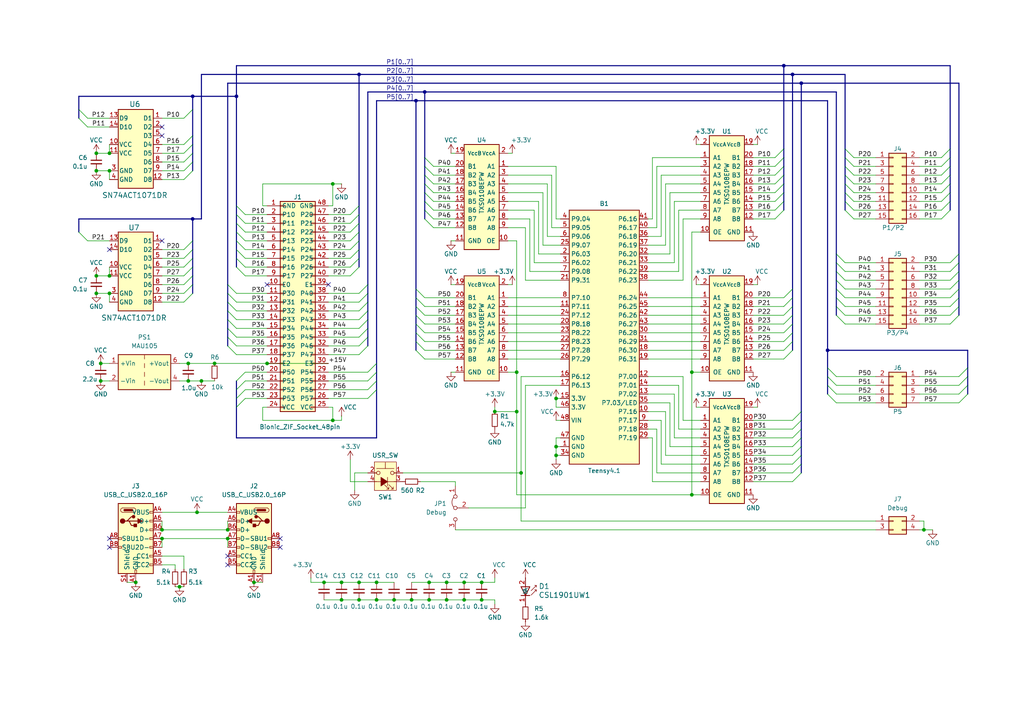
<source format=kicad_sch>
(kicad_sch (version 20231120) (generator "eeschema") (generator_version "8.0")
  (paper "A4")
  (title_block (title "BionicBase Teensy 4.1") (date "2024-12-18") (rev "13") (company "Tadashi G. Takaoka"))
  (junction (at 104.14 173.99))
  (junction (at 114.3 173.99))
  (junction (at 129.54 168.91))
  (junction (at 119.38 173.99))
  (junction (at 96.52 121.92))
  (junction (at 161.29 115.57))
  (junction (at 46.99 153.67))
  (junction (at 229.87 21.59))
  (junction (at 149.86 107.95))
  (junction (at 93.98 168.91))
  (junction (at 109.22 168.91))
  (junction (at 46.99 156.21))
  (junction (at 29.21 105.41))
  (junction (at 52.07 170.18))
  (junction (at 139.7 173.99))
  (junction (at 149.86 119.38))
  (junction (at 99.06 168.91))
  (junction (at 232.41 24.13))
  (junction (at 99.06 173.99))
  (junction (at 31.75 49.53))
  (junction (at 124.46 168.91))
  (junction (at 54.61 110.49))
  (junction (at 267.97 153.67))
  (junction (at 58.42 110.49))
  (junction (at 27.94 44.45))
  (junction (at 66.04 156.21))
  (junction (at 143.51 119.38))
  (junction (at 161.29 132.08))
  (junction (at 227.33 19.05))
  (junction (at 139.7 168.91))
  (junction (at 31.75 85.09))
  (junction (at 96.52 53.34))
  (junction (at 29.21 110.49))
  (junction (at 27.94 85.09))
  (junction (at 55.88 27.94))
  (junction (at 240.03 101.6))
  (junction (at 55.88 63.5))
  (junction (at 27.94 80.01))
  (junction (at 134.62 168.91))
  (junction (at 104.14 168.91))
  (junction (at 77.47 105.41))
  (junction (at 57.15 148.59))
  (junction (at 120.65 29.21))
  (junction (at 151.13 137.16))
  (junction (at 54.61 105.41))
  (junction (at 129.54 173.99))
  (junction (at 27.94 49.53))
  (junction (at 109.22 173.99))
  (junction (at 161.29 129.54))
  (junction (at 68.58 27.94))
  (junction (at 123.19 26.67))
  (junction (at 66.04 153.67))
  (junction (at 200.66 107.95))
  (junction (at 134.62 173.99))
  (junction (at 31.75 44.45))
  (junction (at 104.14 21.59))
  (junction (at 73.66 168.91))
  (junction (at 62.23 105.41))
  (junction (at 39.37 168.91))
  (junction (at 124.46 173.99))
  (junction (at 200.66 143.51))
  (junction (at 31.75 80.01))
  (no_connect (at 95.25 82.55))
  (no_connect (at 46.99 36.83))
  (no_connect (at 66.04 163.83))
  (no_connect (at 66.04 161.29))
  (no_connect (at 31.75 156.21))
  (no_connect (at 81.28 158.75))
  (no_connect (at 46.99 39.37))
  (no_connect (at 77.47 82.55))
  (no_connect (at 31.75 158.75))
  (no_connect (at 46.99 69.85))
  (no_connect (at 81.28 156.21))
  (no_connect (at 31.75 72.39))
  (bus_entry (at 245.11 58.42) (size 2.54 2.54))
  (bus_entry (at 109.22 110.49) (size -2.54 2.54))
  (bus_entry (at 55.88 31.75) (size -2.54 2.54))
  (bus_entry (at 278.13 81.28) (size -2.54 2.54))
  (bus_entry (at 55.88 77.47) (size -2.54 2.54))
  (bus_entry (at 104.14 74.93) (size -2.54 2.54))
  (bus_entry (at 275.59 45.72) (size -2.54 2.54))
  (bus_entry (at 227.33 53.34) (size -2.54 2.54))
  (bus_entry (at 278.13 86.36) (size -2.54 2.54))
  (bus_entry (at 120.65 83.82) (size 2.54 2.54))
  (bus_entry (at 106.68 100.33) (size -2.54 2.54))
  (bus_entry (at 245.11 43.18) (size 2.54 2.54))
  (bus_entry (at 120.65 86.36) (size 2.54 2.54))
  (bus_entry (at 120.65 96.52) (size 2.54 2.54))
  (bus_entry (at 55.88 82.55) (size -2.54 2.54))
  (bus_entry (at 123.19 45.72) (size 2.54 2.54))
  (bus_entry (at 68.58 64.77) (size 2.54 2.54))
  (bus_entry (at 55.88 49.53) (size -2.54 2.54))
  (bus_entry (at 242.57 76.2) (size 2.54 2.54))
  (bus_entry (at 242.57 88.9) (size 2.54 2.54))
  (bus_entry (at 120.65 91.44) (size 2.54 2.54))
  (bus_entry (at 109.22 107.95) (size -2.54 2.54))
  (bus_entry (at 275.59 50.8) (size -2.54 2.54))
  (bus_entry (at 275.59 48.26) (size -2.54 2.54))
  (bus_entry (at 245.11 48.26) (size 2.54 2.54))
  (bus_entry (at 245.11 55.88) (size 2.54 2.54))
  (bus_entry (at 232.41 119.38) (size -2.54 2.54))
  (bus_entry (at 245.11 45.72) (size 2.54 2.54))
  (bus_entry (at 123.19 53.34) (size 2.54 2.54))
  (bus_entry (at 275.59 43.18) (size -2.54 2.54))
  (bus_entry (at 55.88 74.93) (size -2.54 2.54))
  (bus_entry (at 229.87 91.44) (size -2.54 2.54))
  (bus_entry (at 278.13 76.2) (size -2.54 2.54))
  (bus_entry (at 68.58 72.39) (size 2.54 2.54))
  (bus_entry (at 227.33 55.88) (size -2.54 2.54))
  (bus_entry (at 245.11 53.34) (size 2.54 2.54))
  (bus_entry (at 104.14 72.39) (size -2.54 2.54))
  (bus_entry (at 245.11 50.8) (size 2.54 2.54))
  (bus_entry (at 106.68 82.55) (size -2.54 2.54))
  (bus_entry (at 227.33 50.8) (size -2.54 2.54))
  (bus_entry (at 123.19 48.26) (size 2.54 2.54))
  (bus_entry (at 278.13 88.9) (size -2.54 2.54))
  (bus_entry (at 55.88 72.39) (size -2.54 2.54))
  (bus_entry (at 106.68 97.79) (size -2.54 2.54))
  (bus_entry (at 242.57 83.82) (size 2.54 2.54))
  (bus_entry (at 68.58 118.11) (size 2.54 -2.54))
  (bus_entry (at 229.87 93.98) (size -2.54 2.54))
  (bus_entry (at 55.88 39.37) (size -2.54 2.54))
  (bus_entry (at 120.65 88.9) (size 2.54 2.54))
  (bus_entry (at 240.03 114.3) (size 2.54 2.54))
  (bus_entry (at 240.03 111.76) (size 2.54 2.54))
  (bus_entry (at 245.11 60.96) (size 2.54 2.54))
  (bus_entry (at 240.03 109.22) (size 2.54 2.54))
  (bus_entry (at 55.88 41.91) (size -2.54 2.54))
  (bus_entry (at 68.58 62.23) (size 2.54 2.54))
  (bus_entry (at 232.41 132.08) (size -2.54 2.54))
  (bus_entry (at 242.57 78.74) (size 2.54 2.54))
  (bus_entry (at 232.41 137.16) (size -2.54 2.54))
  (bus_entry (at 280.67 114.3) (size -2.54 2.54))
  (bus_entry (at 227.33 48.26) (size -2.54 2.54))
  (bus_entry (at 278.13 73.66) (size -2.54 2.54))
  (bus_entry (at 68.58 113.03) (size 2.54 -2.54))
  (bus_entry (at 280.67 109.22) (size -2.54 2.54))
  (bus_entry (at 104.14 62.23) (size -2.54 2.54))
  (bus_entry (at 104.14 64.77) (size -2.54 2.54))
  (bus_entry (at 227.33 43.18) (size -2.54 2.54))
  (bus_entry (at 68.58 74.93) (size 2.54 2.54))
  (bus_entry (at 232.41 127) (size -2.54 2.54))
  (bus_entry (at 68.58 59.69) (size 2.54 2.54))
  (bus_entry (at 106.68 85.09) (size -2.54 2.54))
  (bus_entry (at 229.87 88.9) (size -2.54 2.54))
  (bus_entry (at 232.41 124.46) (size -2.54 2.54))
  (bus_entry (at 232.41 121.92) (size -2.54 2.54))
  (bus_entry (at 242.57 91.44) (size 2.54 2.54))
  (bus_entry (at 242.57 86.36) (size 2.54 2.54))
  (bus_entry (at 109.22 113.03) (size -2.54 2.54))
  (bus_entry (at 22.86 34.29) (size 2.54 2.54))
  (bus_entry (at 22.86 67.31) (size 2.54 2.54))
  (bus_entry (at 22.86 31.75) (size 2.54 2.54))
  (bus_entry (at 55.88 80.01) (size -2.54 2.54))
  (bus_entry (at 106.68 95.25) (size -2.54 2.54))
  (bus_entry (at 275.59 55.88) (size -2.54 2.54))
  (bus_entry (at 66.04 90.17) (size 2.54 2.54))
  (bus_entry (at 123.19 63.5) (size 2.54 2.54))
  (bus_entry (at 68.58 110.49) (size 2.54 -2.54))
  (bus_entry (at 68.58 115.57) (size 2.54 -2.54))
  (bus_entry (at 275.59 53.34) (size -2.54 2.54))
  (bus_entry (at 123.19 50.8) (size 2.54 2.54))
  (bus_entry (at 232.41 134.62) (size -2.54 2.54))
  (bus_entry (at 227.33 45.72) (size -2.54 2.54))
  (bus_entry (at 66.04 100.33) (size 2.54 2.54))
  (bus_entry (at 66.04 82.55) (size 2.54 2.54))
  (bus_entry (at 229.87 101.6) (size -2.54 2.54))
  (bus_entry (at 120.65 101.6) (size 2.54 2.54))
  (bus_entry (at 55.88 46.99) (size -2.54 2.54))
  (bus_entry (at 280.67 111.76) (size -2.54 2.54))
  (bus_entry (at 106.68 92.71) (size -2.54 2.54))
  (bus_entry (at 104.14 69.85) (size -2.54 2.54))
  (bus_entry (at 66.04 92.71) (size 2.54 2.54))
  (bus_entry (at 229.87 99.06) (size -2.54 2.54))
  (bus_entry (at 232.41 129.54) (size -2.54 2.54))
  (bus_entry (at 123.19 55.88) (size 2.54 2.54))
  (bus_entry (at 104.14 77.47) (size -2.54 2.54))
  (bus_entry (at 104.14 67.31) (size -2.54 2.54))
  (bus_entry (at 123.19 60.96) (size 2.54 2.54))
  (bus_entry (at 68.58 67.31) (size 2.54 2.54))
  (bus_entry (at 66.04 85.09) (size 2.54 2.54))
  (bus_entry (at 109.22 105.41) (size -2.54 2.54))
  (bus_entry (at 104.14 59.69) (size -2.54 2.54))
  (bus_entry (at 55.88 44.45) (size -2.54 2.54))
  (bus_entry (at 227.33 58.42) (size -2.54 2.54))
  (bus_entry (at 66.04 87.63) (size 2.54 2.54))
  (bus_entry (at 106.68 87.63) (size -2.54 2.54))
  (bus_entry (at 55.88 69.85) (size -2.54 2.54))
  (bus_entry (at 120.65 93.98) (size 2.54 2.54))
  (bus_entry (at 229.87 96.52) (size -2.54 2.54))
  (bus_entry (at 68.58 77.47) (size 2.54 2.54))
  (bus_entry (at 229.87 86.36) (size -2.54 2.54))
  (bus_entry (at 278.13 78.74) (size -2.54 2.54))
  (bus_entry (at 66.04 97.79) (size 2.54 2.54))
  (bus_entry (at 242.57 73.66) (size 2.54 2.54))
  (bus_entry (at 229.87 83.82) (size -2.54 2.54))
  (bus_entry (at 120.65 99.06) (size 2.54 2.54))
  (bus_entry (at 240.03 106.68) (size 2.54 2.54))
  (bus_entry (at 227.33 60.96) (size -2.54 2.54))
  (bus_entry (at 275.59 60.96) (size -2.54 2.54))
  (bus_entry (at 106.68 90.17) (size -2.54 2.54))
  (bus_entry (at 68.58 69.85) (size 2.54 2.54))
  (bus_entry (at 55.88 85.09) (size -2.54 2.54))
  (bus_entry (at 278.13 83.82) (size -2.54 2.54))
  (bus_entry (at 278.13 91.44) (size -2.54 2.54))
  (bus_entry (at 242.57 81.28) (size 2.54 2.54))
  (bus_entry (at 66.04 95.25) (size 2.54 2.54))
  (bus_entry (at 275.59 58.42) (size -2.54 2.54))
  (bus_entry (at 280.67 106.68) (size -2.54 2.54))
  (bus_entry (at 123.19 58.42) (size 2.54 2.54))
  (wire (pts (xy 191.77 50.8) (xy 203.2 50.8)))
  (wire (pts (xy 156.21 73.66) (xy 162.56 73.66)))
  (wire (pts (xy 132.08 48.26) (xy 125.73 48.26)))
  (wire (pts (xy 124.46 173.99) (xy 129.54 173.99)))
  (wire (pts (xy 71.12 115.57) (xy 77.47 115.57)))
  (wire (pts (xy 95.25 90.17) (xy 104.14 90.17)))
  (wire (pts (xy 143.51 119.38) (xy 149.86 119.38)))
  (wire (pts (xy 193.04 53.34) (xy 203.2 53.34)))
  (wire (pts (xy 36.83 168.91) (xy 39.37 168.91)))
  (bus (pts (xy 66.04 85.09) (xy 66.04 87.63)))
  (bus (pts (xy 227.33 43.18) (xy 227.33 45.72)))
  (bus (pts (xy 68.58 113.03) (xy 68.58 115.57)))
  (wire (pts (xy 109.22 168.91) (xy 114.3 168.91)))
  (wire (pts (xy 162.56 127) (xy 161.29 127)))
  (wire (pts (xy 194.31 55.88) (xy 194.31 73.66)))
  (bus (pts (xy 55.88 63.5) (xy 55.88 69.85)))
  (wire (pts (xy 151.13 109.22) (xy 162.56 109.22)))
  (wire (pts (xy 71.12 74.93) (xy 77.47 74.93)))
  (wire (pts (xy 102.87 137.16) (xy 102.87 142.24)))
  (wire (pts (xy 247.65 45.72) (xy 254 45.72)))
  (wire (pts (xy 95.25 59.69) (xy 96.52 59.69)))
  (bus (pts (xy 104.14 67.31) (xy 104.14 69.85)))
  (wire (pts (xy 191.77 68.58) (xy 191.77 50.8)))
  (wire (pts (xy 76.2 118.11) (xy 76.2 121.92)))
  (wire (pts (xy 152.4 147.32) (xy 135.89 147.32)))
  (wire (pts (xy 25.4 36.83) (xy 31.75 36.83)))
  (wire (pts (xy 132.08 82.55) (xy 130.81 82.55)))
  (bus (pts (xy 229.87 21.59) (xy 245.11 21.59)))
  (wire (pts (xy 132.08 101.6) (xy 123.19 101.6)))
  (wire (pts (xy 119.38 173.99) (xy 124.46 173.99)))
  (wire (pts (xy 245.11 93.98) (xy 254 93.98)))
  (bus (pts (xy 66.04 24.13) (xy 66.04 82.55)))
  (bus (pts (xy 242.57 86.36) (xy 242.57 88.9)))
  (wire (pts (xy 132.08 104.14) (xy 123.19 104.14)))
  (wire (pts (xy 71.12 113.03) (xy 77.47 113.03)))
  (bus (pts (xy 55.88 46.99) (xy 55.88 49.53)))
  (wire (pts (xy 203.2 48.26) (xy 190.5 48.26)))
  (wire (pts (xy 245.11 81.28) (xy 254 81.28)))
  (wire (pts (xy 31.75 85.09) (xy 31.75 87.63)))
  (wire (pts (xy 71.12 72.39) (xy 77.47 72.39)))
  (bus (pts (xy 106.68 97.79) (xy 106.68 100.33)))
  (wire (pts (xy 46.99 41.91) (xy 53.34 41.91)))
  (bus (pts (xy 232.41 124.46) (xy 232.41 127)))
  (wire (pts (xy 266.7 45.72) (xy 273.05 45.72)))
  (bus (pts (xy 66.04 90.17) (xy 66.04 92.71)))
  (wire (pts (xy 93.98 173.99) (xy 99.06 173.99)))
  (wire (pts (xy 224.79 60.96) (xy 218.44 60.96)))
  (wire (pts (xy 187.96 66.04) (xy 190.5 66.04)))
  (bus (pts (xy 245.11 21.59) (xy 245.11 43.18)))
  (bus (pts (xy 66.04 97.79) (xy 66.04 100.33)))
  (wire (pts (xy 218.44 99.06) (xy 227.33 99.06)))
  (bus (pts (xy 104.14 72.39) (xy 104.14 74.93)))
  (bus (pts (xy 55.88 63.5) (xy 58.42 63.5)))
  (bus (pts (xy 106.68 85.09) (xy 106.68 87.63)))
  (bus (pts (xy 245.11 55.88) (xy 245.11 58.42)))
  (wire (pts (xy 66.04 156.21) (xy 66.04 158.75)))
  (bus (pts (xy 278.13 24.13) (xy 278.13 73.66)))
  (wire (pts (xy 245.11 78.74) (xy 254 78.74)))
  (bus (pts (xy 120.65 29.21) (xy 240.03 29.21)))
  (bus (pts (xy 275.59 58.42) (xy 275.59 60.96)))
  (wire (pts (xy 187.96 127) (xy 189.23 127)))
  (wire (pts (xy 224.79 53.34) (xy 218.44 53.34)))
  (wire (pts (xy 218.44 88.9) (xy 227.33 88.9)))
  (wire (pts (xy 68.58 90.17) (xy 77.47 90.17)))
  (bus (pts (xy 68.58 59.69) (xy 68.58 62.23)))
  (wire (pts (xy 158.75 53.34) (xy 158.75 68.58)))
  (wire (pts (xy 266.7 55.88) (xy 273.05 55.88)))
  (bus (pts (xy 229.87 96.52) (xy 229.87 99.06)))
  (wire (pts (xy 148.59 82.55) (xy 147.32 82.55)))
  (wire (pts (xy 104.14 168.91) (xy 109.22 168.91)))
  (wire (pts (xy 149.86 69.85) (xy 149.86 107.95)))
  (bus (pts (xy 68.58 72.39) (xy 68.58 74.93)))
  (wire (pts (xy 77.47 59.69) (xy 76.2 59.69)))
  (bus (pts (xy 68.58 62.23) (xy 68.58 64.77)))
  (wire (pts (xy 71.12 110.49) (xy 77.47 110.49)))
  (wire (pts (xy 200.66 107.95) (xy 200.66 143.51)))
  (wire (pts (xy 218.44 96.52) (xy 227.33 96.52)))
  (bus (pts (xy 109.22 107.95) (xy 109.22 105.41)))
  (wire (pts (xy 194.31 116.84) (xy 194.31 129.54)))
  (wire (pts (xy 266.7 81.28) (xy 275.59 81.28)))
  (wire (pts (xy 46.99 153.67) (xy 66.04 153.67)))
  (bus (pts (xy 123.19 53.34) (xy 123.19 55.88)))
  (bus (pts (xy 280.67 101.6) (xy 280.67 106.68)))
  (bus (pts (xy 66.04 87.63) (xy 66.04 90.17)))
  (wire (pts (xy 161.29 127) (xy 161.29 129.54)))
  (bus (pts (xy 68.58 74.93) (xy 68.58 77.47)))
  (wire (pts (xy 152.4 81.28) (xy 162.56 81.28)))
  (wire (pts (xy 147.32 86.36) (xy 162.56 86.36)))
  (bus (pts (xy 55.88 69.85) (xy 55.88 72.39)))
  (bus (pts (xy 240.03 111.76) (xy 240.03 114.3)))
  (wire (pts (xy 218.44 134.62) (xy 229.87 134.62)))
  (wire (pts (xy 99.06 168.91) (xy 104.14 168.91)))
  (wire (pts (xy 218.44 86.36) (xy 227.33 86.36)))
  (bus (pts (xy 66.04 82.55) (xy 66.04 85.09)))
  (wire (pts (xy 195.58 76.2) (xy 195.58 58.42)))
  (bus (pts (xy 120.65 86.36) (xy 120.65 83.82)))
  (bus (pts (xy 120.65 88.9) (xy 120.65 86.36)))
  (bus (pts (xy 109.22 110.49) (xy 109.22 107.95)))
  (wire (pts (xy 218.44 124.46) (xy 229.87 124.46)))
  (bus (pts (xy 66.04 95.25) (xy 66.04 97.79)))
  (wire (pts (xy 109.22 173.99) (xy 114.3 173.99)))
  (bus (pts (xy 278.13 81.28) (xy 278.13 83.82)))
  (bus (pts (xy 22.86 34.29) (xy 22.86 31.75)))
  (wire (pts (xy 132.08 107.95) (xy 130.81 107.95)))
  (bus (pts (xy 275.59 55.88) (xy 275.59 58.42)))
  (bus (pts (xy 55.88 31.75) (xy 55.88 27.94)))
  (wire (pts (xy 245.11 76.2) (xy 254 76.2)))
  (bus (pts (xy 66.04 24.13) (xy 232.41 24.13)))
  (wire (pts (xy 95.25 64.77) (xy 101.6 64.77)))
  (wire (pts (xy 95.25 74.93) (xy 101.6 74.93)))
  (wire (pts (xy 195.58 127) (xy 195.58 114.3)))
  (wire (pts (xy 95.25 115.57) (xy 106.68 115.57)))
  (wire (pts (xy 224.79 58.42) (xy 218.44 58.42)))
  (bus (pts (xy 109.22 113.03) (xy 109.22 127)))
  (wire (pts (xy 278.13 114.3) (xy 266.7 114.3)))
  (wire (pts (xy 116.84 137.16) (xy 151.13 137.16)))
  (wire (pts (xy 27.94 44.45) (xy 31.75 44.45)))
  (wire (pts (xy 196.85 124.46) (xy 203.2 124.46)))
  (bus (pts (xy 229.87 83.82) (xy 229.87 86.36)))
  (bus (pts (xy 104.14 21.59) (xy 229.87 21.59)))
  (wire (pts (xy 52.07 170.18) (xy 53.34 170.18)))
  (bus (pts (xy 120.65 93.98) (xy 120.65 91.44)))
  (wire (pts (xy 147.32 69.85) (xy 149.86 69.85)))
  (wire (pts (xy 31.75 77.47) (xy 31.75 80.01)))
  (bus (pts (xy 55.88 31.75) (xy 55.88 39.37)))
  (wire (pts (xy 187.96 88.9) (xy 203.2 88.9)))
  (bus (pts (xy 232.41 119.38) (xy 232.41 121.92)))
  (wire (pts (xy 218.44 41.91) (xy 219.71 41.91)))
  (wire (pts (xy 132.08 86.36) (xy 123.19 86.36)))
  (wire (pts (xy 189.23 127) (xy 189.23 139.7)))
  (bus (pts (xy 275.59 48.26) (xy 275.59 50.8)))
  (bus (pts (xy 278.13 88.9) (xy 278.13 91.44)))
  (wire (pts (xy 154.94 76.2) (xy 162.56 76.2)))
  (wire (pts (xy 203.2 137.16) (xy 190.5 137.16)))
  (wire (pts (xy 191.77 134.62) (xy 203.2 134.62)))
  (bus (pts (xy 55.88 41.91) (xy 55.88 44.45)))
  (wire (pts (xy 149.86 143.51) (xy 200.66 143.51)))
  (bus (pts (xy 280.67 109.22) (xy 280.67 111.76)))
  (bus (pts (xy 55.88 44.45) (xy 55.88 46.99)))
  (wire (pts (xy 247.65 48.26) (xy 254 48.26)))
  (wire (pts (xy 125.73 53.34) (xy 132.08 53.34)))
  (bus (pts (xy 123.19 60.96) (xy 123.19 63.5)))
  (wire (pts (xy 71.12 67.31) (xy 77.47 67.31)))
  (wire (pts (xy 95.25 67.31) (xy 101.6 67.31)))
  (bus (pts (xy 278.13 78.74) (xy 278.13 81.28)))
  (wire (pts (xy 46.99 87.63) (xy 53.34 87.63)))
  (wire (pts (xy 31.75 49.53) (xy 31.75 52.07)))
  (bus (pts (xy 280.67 106.68) (xy 280.67 109.22)))
  (wire (pts (xy 245.11 91.44) (xy 254 91.44)))
  (wire (pts (xy 139.7 173.99) (xy 143.51 173.99)))
  (wire (pts (xy 266.7 78.74) (xy 275.59 78.74)))
  (wire (pts (xy 266.7 53.34) (xy 273.05 53.34)))
  (wire (pts (xy 95.25 100.33) (xy 104.14 100.33)))
  (wire (pts (xy 132.08 153.67) (xy 254 153.67)))
  (bus (pts (xy 104.14 74.93) (xy 104.14 77.47)))
  (wire (pts (xy 187.96 111.76) (xy 196.85 111.76)))
  (bus (pts (xy 240.03 101.6) (xy 280.67 101.6)))
  (wire (pts (xy 31.75 105.41) (xy 29.21 105.41)))
  (wire (pts (xy 218.44 132.08) (xy 229.87 132.08)))
  (wire (pts (xy 157.48 71.12) (xy 162.56 71.12)))
  (bus (pts (xy 227.33 55.88) (xy 227.33 58.42)))
  (wire (pts (xy 278.13 111.76) (xy 266.7 111.76)))
  (wire (pts (xy 161.29 63.5) (xy 162.56 63.5)))
  (wire (pts (xy 198.12 81.28) (xy 198.12 63.5)))
  (wire (pts (xy 68.58 97.79) (xy 77.47 97.79)))
  (wire (pts (xy 198.12 109.22) (xy 198.12 121.92)))
  (wire (pts (xy 71.12 80.01) (xy 77.47 80.01)))
  (bus (pts (xy 240.03 101.6) (xy 240.03 106.68)))
  (bus (pts (xy 242.57 78.74) (xy 242.57 81.28)))
  (bus (pts (xy 227.33 19.05) (xy 227.33 43.18)))
  (bus (pts (xy 68.58 64.77) (xy 68.58 67.31)))
  (wire (pts (xy 99.06 173.99) (xy 104.14 173.99)))
  (bus (pts (xy 229.87 99.06) (xy 229.87 101.6)))
  (wire (pts (xy 266.7 153.67) (xy 267.97 153.67)))
  (bus (pts (xy 242.57 81.28) (xy 242.57 83.82)))
  (wire (pts (xy 190.5 137.16) (xy 190.5 124.46)))
  (bus (pts (xy 55.88 39.37) (xy 55.88 41.91)))
  (wire (pts (xy 143.51 118.11) (xy 143.51 119.38)))
  (bus (pts (xy 106.68 90.17) (xy 106.68 92.71)))
  (wire (pts (xy 154.94 60.96) (xy 147.32 60.96)))
  (bus (pts (xy 275.59 53.34) (xy 275.59 55.88)))
  (wire (pts (xy 46.99 156.21) (xy 66.04 156.21)))
  (bus (pts (xy 123.19 26.67) (xy 123.19 45.72)))
  (bus (pts (xy 242.57 76.2) (xy 242.57 78.74)))
  (wire (pts (xy 68.58 95.25) (xy 77.47 95.25)))
  (wire (pts (xy 95.25 113.03) (xy 106.68 113.03)))
  (wire (pts (xy 187.96 124.46) (xy 190.5 124.46)))
  (wire (pts (xy 134.62 173.99) (xy 139.7 173.99)))
  (bus (pts (xy 232.41 121.92) (xy 232.41 124.46)))
  (wire (pts (xy 96.52 53.34) (xy 99.06 53.34)))
  (bus (pts (xy 242.57 73.66) (xy 242.57 76.2)))
  (wire (pts (xy 203.2 132.08) (xy 193.04 132.08)))
  (wire (pts (xy 76.2 59.69) (xy 76.2 53.34)))
  (wire (pts (xy 132.08 139.7) (xy 121.92 139.7)))
  (wire (pts (xy 218.44 45.72) (xy 224.79 45.72)))
  (bus (pts (xy 66.04 92.71) (xy 66.04 95.25)))
  (wire (pts (xy 68.58 92.71) (xy 77.47 92.71)))
  (wire (pts (xy 90.17 167.64) (xy 90.17 168.91)))
  (wire (pts (xy 148.59 44.45) (xy 147.32 44.45)))
  (bus (pts (xy 55.88 82.55) (xy 55.88 85.09)))
  (wire (pts (xy 71.12 69.85) (xy 77.47 69.85)))
  (bus (pts (xy 22.86 63.5) (xy 22.86 67.31)))
  (bus (pts (xy 120.65 101.6) (xy 120.65 99.06)))
  (wire (pts (xy 152.4 66.04) (xy 147.32 66.04)))
  (wire (pts (xy 46.99 161.29) (xy 53.34 161.29)))
  (bus (pts (xy 232.41 129.54) (xy 232.41 132.08)))
  (bus (pts (xy 58.42 21.59) (xy 58.42 63.5)))
  (wire (pts (xy 95.25 118.11) (xy 96.52 118.11)))
  (wire (pts (xy 153.67 78.74) (xy 162.56 78.74)))
  (bus (pts (xy 227.33 53.34) (xy 227.33 55.88)))
  (wire (pts (xy 187.96 78.74) (xy 196.85 78.74)))
  (wire (pts (xy 71.12 62.23) (xy 77.47 62.23)))
  (wire (pts (xy 242.57 111.76) (xy 254 111.76)))
  (bus (pts (xy 242.57 83.82) (xy 242.57 86.36)))
  (bus (pts (xy 123.19 50.8) (xy 123.19 53.34)))
  (wire (pts (xy 119.38 168.91) (xy 124.46 168.91)))
  (bus (pts (xy 245.11 50.8) (xy 245.11 53.34)))
  (bus (pts (xy 68.58 19.05) (xy 68.58 27.94)))
  (wire (pts (xy 266.7 76.2) (xy 275.59 76.2)))
  (wire (pts (xy 187.96 93.98) (xy 203.2 93.98)))
  (wire (pts (xy 161.29 132.08) (xy 162.56 132.08)))
  (bus (pts (xy 123.19 55.88) (xy 123.19 58.42)))
  (wire (pts (xy 125.73 63.5) (xy 132.08 63.5)))
  (wire (pts (xy 203.2 127) (xy 195.58 127)))
  (wire (pts (xy 104.14 173.99) (xy 109.22 173.99)))
  (wire (pts (xy 266.7 88.9) (xy 275.59 88.9)))
  (wire (pts (xy 247.65 63.5) (xy 254 63.5)))
  (wire (pts (xy 124.46 168.91) (xy 129.54 168.91)))
  (bus (pts (xy 227.33 50.8) (xy 227.33 53.34)))
  (bus (pts (xy 245.11 45.72) (xy 245.11 48.26)))
  (bus (pts (xy 22.86 63.5) (xy 55.88 63.5)))
  (wire (pts (xy 153.67 63.5) (xy 153.67 78.74)))
  (wire (pts (xy 157.48 55.88) (xy 157.48 71.12)))
  (wire (pts (xy 187.96 114.3) (xy 195.58 114.3)))
  (wire (pts (xy 46.99 85.09) (xy 53.34 85.09)))
  (bus (pts (xy 55.88 72.39) (xy 55.88 74.93)))
  (wire (pts (xy 96.52 121.92) (xy 96.52 118.11)))
  (bus (pts (xy 123.19 58.42) (xy 123.19 60.96)))
  (wire (pts (xy 147.32 58.42) (xy 156.21 58.42)))
  (wire (pts (xy 266.7 63.5) (xy 273.05 63.5)))
  (wire (pts (xy 218.44 118.11) (xy 219.71 118.11)))
  (bus (pts (xy 104.14 21.59) (xy 58.42 21.59)))
  (wire (pts (xy 149.86 119.38) (xy 149.86 143.51)))
  (wire (pts (xy 267.97 153.67) (xy 270.51 153.67)))
  (wire (pts (xy 71.12 64.77) (xy 77.47 64.77)))
  (wire (pts (xy 194.31 129.54) (xy 203.2 129.54)))
  (wire (pts (xy 68.58 85.09) (xy 77.47 85.09)))
  (wire (pts (xy 245.11 86.36) (xy 254 86.36)))
  (bus (pts (xy 229.87 21.59) (xy 229.87 83.82)))
  (bus (pts (xy 242.57 88.9) (xy 242.57 91.44)))
  (bus (pts (xy 123.19 26.67) (xy 242.57 26.67)))
  (wire (pts (xy 196.85 111.76) (xy 196.85 124.46)))
  (wire (pts (xy 68.58 100.33) (xy 77.47 100.33)))
  (wire (pts (xy 54.61 105.41) (xy 62.23 105.41)))
  (wire (pts (xy 218.44 91.44) (xy 227.33 91.44)))
  (wire (pts (xy 54.61 110.49) (xy 58.42 110.49)))
  (wire (pts (xy 161.29 132.08) (xy 161.29 133.35)))
  (wire (pts (xy 125.73 60.96) (xy 132.08 60.96)))
  (wire (pts (xy 73.66 168.91) (xy 76.2 168.91)))
  (wire (pts (xy 154.94 60.96) (xy 154.94 76.2)))
  (wire (pts (xy 267.97 151.13) (xy 267.97 153.67)))
  (wire (pts (xy 27.94 85.09) (xy 31.75 85.09)))
  (wire (pts (xy 90.17 168.91) (xy 93.98 168.91)))
  (wire (pts (xy 54.61 110.49) (xy 52.07 110.49)))
  (wire (pts (xy 147.32 50.8) (xy 160.02 50.8)))
  (wire (pts (xy 189.23 139.7) (xy 203.2 139.7)))
  (bus (pts (xy 278.13 83.82) (xy 278.13 86.36)))
  (bus (pts (xy 280.67 111.76) (xy 280.67 114.3)))
  (wire (pts (xy 46.99 44.45) (xy 53.34 44.45)))
  (wire (pts (xy 53.34 72.39) (xy 46.99 72.39)))
  (wire (pts (xy 95.25 62.23) (xy 101.6 62.23)))
  (wire (pts (xy 125.73 58.42) (xy 132.08 58.42)))
  (wire (pts (xy 46.99 148.59) (xy 57.15 148.59)))
  (wire (pts (xy 152.4 111.76) (xy 152.4 147.32)))
  (bus (pts (xy 232.41 134.62) (xy 232.41 137.16)))
  (wire (pts (xy 149.86 107.95) (xy 149.86 119.38)))
  (bus (pts (xy 245.11 48.26) (xy 245.11 50.8)))
  (wire (pts (xy 203.2 60.96) (xy 196.85 60.96)))
  (bus (pts (xy 106.68 95.25) (xy 106.68 97.79)))
  (wire (pts (xy 132.08 96.52) (xy 123.19 96.52)))
  (bus (pts (xy 104.14 64.77) (xy 104.14 67.31)))
  (wire (pts (xy 129.54 168.91) (xy 134.62 168.91)))
  (bus (pts (xy 104.14 21.59) (xy 104.14 59.69)))
  (bus (pts (xy 123.19 48.26) (xy 123.19 50.8)))
  (wire (pts (xy 96.52 53.34) (xy 96.52 59.69)))
  (wire (pts (xy 266.7 58.42) (xy 273.05 58.42)))
  (wire (pts (xy 31.75 41.91) (xy 31.75 44.45)))
  (wire (pts (xy 160.02 50.8) (xy 160.02 66.04)))
  (wire (pts (xy 95.25 110.49) (xy 106.68 110.49)))
  (wire (pts (xy 161.29 118.11) (xy 162.56 118.11)))
  (wire (pts (xy 242.57 114.3) (xy 254 114.3)))
  (wire (pts (xy 68.58 87.63) (xy 77.47 87.63)))
  (wire (pts (xy 58.42 110.49) (xy 62.23 110.49)))
  (wire (pts (xy 46.99 46.99) (xy 53.34 46.99)))
  (wire (pts (xy 132.08 140.97) (xy 132.08 139.7)))
  (wire (pts (xy 46.99 80.01) (xy 53.34 80.01)))
  (wire (pts (xy 46.99 163.83) (xy 50.8 163.83)))
  (wire (pts (xy 54.61 105.41) (xy 52.07 105.41)))
  (wire (pts (xy 50.8 163.83) (xy 50.8 165.1)))
  (wire (pts (xy 187.96 99.06) (xy 203.2 99.06)))
  (wire (pts (xy 95.25 72.39) (xy 101.6 72.39)))
  (wire (pts (xy 242.57 116.84) (xy 254 116.84)))
  (wire (pts (xy 71.12 77.47) (xy 77.47 77.47)))
  (wire (pts (xy 132.08 69.85) (xy 130.81 69.85)))
  (wire (pts (xy 200.66 143.51) (xy 203.2 143.51)))
  (wire (pts (xy 76.2 121.92) (xy 96.52 121.92)))
  (wire (pts (xy 187.96 86.36) (xy 203.2 86.36)))
  (wire (pts (xy 125.73 66.04) (xy 132.08 66.04)))
  (wire (pts (xy 187.96 91.44) (xy 203.2 91.44)))
  (wire (pts (xy 147.32 107.95) (xy 149.86 107.95)))
  (wire (pts (xy 187.96 76.2) (xy 195.58 76.2)))
  (bus (pts (xy 232.41 132.08) (xy 232.41 134.62)))
  (wire (pts (xy 46.99 156.21) (xy 46.99 158.75)))
  (wire (pts (xy 76.2 118.11) (xy 77.47 118.11)))
  (wire (pts (xy 201.93 118.11) (xy 203.2 118.11)))
  (wire (pts (xy 161.29 115.57) (xy 162.56 115.57)))
  (bus (pts (xy 245.11 58.42) (xy 245.11 60.96)))
  (bus (pts (xy 275.59 50.8) (xy 275.59 53.34)))
  (bus (pts (xy 278.13 76.2) (xy 278.13 78.74)))
  (wire (pts (xy 193.04 132.08) (xy 193.04 119.38)))
  (wire (pts (xy 224.79 50.8) (xy 218.44 50.8)))
  (wire (pts (xy 46.99 34.29) (xy 53.34 34.29)))
  (wire (pts (xy 218.44 127) (xy 229.87 127)))
  (wire (pts (xy 157.48 55.88) (xy 147.32 55.88)))
  (wire (pts (xy 132.08 88.9) (xy 123.19 88.9)))
  (wire (pts (xy 247.65 55.88) (xy 254 55.88)))
  (bus (pts (xy 227.33 58.42) (xy 227.33 60.96)))
  (bus (pts (xy 120.65 91.44) (xy 120.65 88.9)))
  (wire (pts (xy 266.7 116.84) (xy 278.13 116.84)))
  (bus (pts (xy 109.22 113.03) (xy 109.22 110.49)))
  (wire (pts (xy 266.7 83.82) (xy 275.59 83.82)))
  (wire (pts (xy 224.79 48.26) (xy 218.44 48.26)))
  (wire (pts (xy 101.6 133.35) (xy 101.6 139.7)))
  (wire (pts (xy 189.23 63.5) (xy 189.23 45.72)))
  (bus (pts (xy 227.33 19.05) (xy 275.59 19.05)))
  (wire (pts (xy 147.32 104.14) (xy 162.56 104.14)))
  (wire (pts (xy 200.66 67.31) (xy 203.2 67.31)))
  (wire (pts (xy 187.96 81.28) (xy 198.12 81.28)))
  (wire (pts (xy 247.65 53.34) (xy 254 53.34)))
  (bus (pts (xy 245.11 53.34) (xy 245.11 55.88)))
  (wire (pts (xy 201.93 82.55) (xy 203.2 82.55)))
  (wire (pts (xy 266.7 93.98) (xy 275.59 93.98)))
  (wire (pts (xy 247.65 50.8) (xy 254 50.8)))
  (wire (pts (xy 198.12 121.92) (xy 203.2 121.92)))
  (wire (pts (xy 95.25 80.01) (xy 101.6 80.01)))
  (bus (pts (xy 68.58 19.05) (xy 227.33 19.05)))
  (wire (pts (xy 200.66 67.31) (xy 200.66 107.95)))
  (wire (pts (xy 161.29 129.54) (xy 161.29 132.08)))
  (bus (pts (xy 106.68 26.67) (xy 106.68 82.55)))
  (bus (pts (xy 55.88 80.01) (xy 55.88 82.55)))
  (wire (pts (xy 95.25 102.87) (xy 104.14 102.87)))
  (wire (pts (xy 201.93 41.91) (xy 203.2 41.91)))
  (wire (pts (xy 218.44 82.55) (xy 219.71 82.55)))
  (wire (pts (xy 147.32 88.9) (xy 162.56 88.9)))
  (wire (pts (xy 218.44 139.7) (xy 229.87 139.7)))
  (bus (pts (xy 120.65 96.52) (xy 120.65 93.98)))
  (bus (pts (xy 275.59 45.72) (xy 275.59 48.26)))
  (bus (pts (xy 104.14 62.23) (xy 104.14 64.77)))
  (bus (pts (xy 104.14 69.85) (xy 104.14 72.39)))
  (bus (pts (xy 232.41 127) (xy 232.41 129.54)))
  (wire (pts (xy 143.51 168.91) (xy 139.7 168.91)))
  (wire (pts (xy 95.25 107.95) (xy 106.68 107.95)))
  (bus (pts (xy 278.13 73.66) (xy 278.13 76.2)))
  (wire (pts (xy 278.13 109.22) (xy 266.7 109.22)))
  (wire (pts (xy 245.11 83.82) (xy 254 83.82)))
  (wire (pts (xy 266.7 151.13) (xy 267.97 151.13)))
  (wire (pts (xy 76.2 53.34) (xy 96.52 53.34)))
  (wire (pts (xy 162.56 121.92) (xy 161.29 121.92)))
  (bus (pts (xy 104.14 59.69) (xy 104.14 62.23)))
  (wire (pts (xy 158.75 53.34) (xy 147.32 53.34)))
  (wire (pts (xy 132.08 44.45) (xy 130.81 44.45)))
  (wire (pts (xy 196.85 60.96) (xy 196.85 78.74)))
  (wire (pts (xy 189.23 45.72) (xy 203.2 45.72)))
  (bus (pts (xy 68.58 127) (xy 109.22 127)))
  (wire (pts (xy 66.04 153.67) (xy 66.04 151.13)))
  (wire (pts (xy 247.65 60.96) (xy 254 60.96)))
  (bus (pts (xy 232.41 24.13) (xy 278.13 24.13)))
  (bus (pts (xy 68.58 27.94) (xy 68.58 59.69)))
  (bus (pts (xy 55.88 74.93) (xy 55.88 77.47)))
  (wire (pts (xy 95.25 87.63) (xy 104.14 87.63)))
  (bus (pts (xy 275.59 19.05) (xy 275.59 43.18)))
  (bus (pts (xy 68.58 115.57) (xy 68.58 118.11)))
  (bus (pts (xy 106.68 26.67) (xy 123.19 26.67)))
  (wire (pts (xy 187.96 101.6) (xy 203.2 101.6)))
  (wire (pts (xy 25.4 69.85) (xy 31.75 69.85)))
  (wire (pts (xy 266.7 48.26) (xy 273.05 48.26)))
  (wire (pts (xy 77.47 105.41) (xy 95.25 105.41)))
  (bus (pts (xy 227.33 48.26) (xy 227.33 50.8)))
  (wire (pts (xy 147.32 91.44) (xy 162.56 91.44)))
  (wire (pts (xy 266.7 50.8) (xy 273.05 50.8)))
  (wire (pts (xy 224.79 55.88) (xy 218.44 55.88)))
  (bus (pts (xy 229.87 86.36) (xy 229.87 88.9)))
  (wire (pts (xy 125.73 55.88) (xy 132.08 55.88)))
  (wire (pts (xy 93.98 168.91) (xy 99.06 168.91)))
  (bus (pts (xy 22.86 27.94) (xy 55.88 27.94)))
  (wire (pts (xy 95.25 85.09) (xy 104.14 85.09)))
  (wire (pts (xy 218.44 121.92) (xy 229.87 121.92)))
  (bus (pts (xy 68.58 69.85) (xy 68.58 72.39)))
  (wire (pts (xy 147.32 96.52) (xy 162.56 96.52)))
  (wire (pts (xy 106.68 139.7) (xy 101.6 139.7)))
  (wire (pts (xy 114.3 173.99) (xy 119.38 173.99)))
  (wire (pts (xy 46.99 74.93) (xy 53.34 74.93)))
  (bus (pts (xy 245.11 43.18) (xy 245.11 45.72)))
  (wire (pts (xy 129.54 173.99) (xy 134.62 173.99)))
  (wire (pts (xy 187.96 73.66) (xy 194.31 73.66)))
  (wire (pts (xy 187.96 63.5) (xy 189.23 63.5)))
  (wire (pts (xy 95.25 97.79) (xy 104.14 97.79)))
  (wire (pts (xy 266.7 60.96) (xy 273.05 60.96)))
  (bus (pts (xy 278.13 86.36) (xy 278.13 88.9)))
  (wire (pts (xy 218.44 137.16) (xy 229.87 137.16)))
  (wire (pts (xy 46.99 77.47) (xy 53.34 77.47)))
  (bus (pts (xy 275.59 43.18) (xy 275.59 45.72)))
  (wire (pts (xy 27.94 80.01) (xy 31.75 80.01)))
  (wire (pts (xy 152.4 111.76) (xy 162.56 111.76)))
  (bus (pts (xy 240.03 109.22) (xy 240.03 111.76)))
  (wire (pts (xy 247.65 58.42) (xy 254 58.42)))
  (bus (pts (xy 229.87 88.9) (xy 229.87 91.44)))
  (bus (pts (xy 68.58 118.11) (xy 68.58 127)))
  (wire (pts (xy 224.79 63.5) (xy 218.44 63.5)))
  (wire (pts (xy 68.58 102.87) (xy 77.47 102.87)))
  (bus (pts (xy 229.87 93.98) (xy 229.87 96.52)))
  (wire (pts (xy 187.96 109.22) (xy 198.12 109.22)))
  (wire (pts (xy 187.96 119.38) (xy 193.04 119.38)))
  (wire (pts (xy 187.96 71.12) (xy 193.04 71.12)))
  (wire (pts (xy 190.5 48.26) (xy 190.5 66.04)))
  (bus (pts (xy 227.33 45.72) (xy 227.33 48.26)))
  (wire (pts (xy 57.15 148.59) (xy 66.04 148.59)))
  (wire (pts (xy 46.99 52.07) (xy 53.34 52.07)))
  (wire (pts (xy 147.32 93.98) (xy 162.56 93.98)))
  (wire (pts (xy 161.29 48.26) (xy 147.32 48.26)))
  (wire (pts (xy 158.75 68.58) (xy 162.56 68.58)))
  (wire (pts (xy 191.77 121.92) (xy 191.77 134.62)))
  (wire (pts (xy 71.12 107.95) (xy 77.47 107.95)))
  (wire (pts (xy 53.34 161.29) (xy 53.34 165.1)))
  (wire (pts (xy 147.32 63.5) (xy 153.67 63.5)))
  (wire (pts (xy 46.99 82.55) (xy 53.34 82.55)))
  (bus (pts (xy 106.68 82.55) (xy 106.68 85.09)))
  (bus (pts (xy 123.19 45.72) (xy 123.19 48.26)))
  (bus (pts (xy 120.65 99.06) (xy 120.65 96.52)))
  (wire (pts (xy 187.96 121.92) (xy 191.77 121.92)))
  (bus (pts (xy 120.65 83.82) (xy 120.65 29.21)))
  (wire (pts (xy 132.08 99.06) (xy 123.19 99.06)))
  (wire (pts (xy 187.96 96.52) (xy 203.2 96.52)))
  (wire (pts (xy 218.44 129.54) (xy 229.87 129.54)))
  (bus (pts (xy 229.87 91.44) (xy 229.87 93.98)))
  (wire (pts (xy 132.08 93.98) (xy 123.19 93.98)))
  (wire (pts (xy 198.12 63.5) (xy 203.2 63.5)))
  (wire (pts (xy 161.29 129.54) (xy 162.56 129.54)))
  (wire (pts (xy 203.2 55.88) (xy 194.31 55.88)))
  (wire (pts (xy 46.99 49.53) (xy 53.34 49.53)))
  (wire (pts (xy 95.25 95.25) (xy 104.14 95.25)))
  (wire (pts (xy 187.96 116.84) (xy 194.31 116.84)))
  (wire (pts (xy 218.44 104.14) (xy 227.33 104.14)))
  (wire (pts (xy 161.29 48.26) (xy 161.29 63.5)))
  (wire (pts (xy 156.21 58.42) (xy 156.21 73.66)))
  (wire (pts (xy 143.51 173.99) (xy 143.51 175.26)))
  (wire (pts (xy 25.4 34.29) (xy 31.75 34.29)))
  (wire (pts (xy 193.04 71.12) (xy 193.04 53.34)))
  (wire (pts (xy 99.06 121.92) (xy 96.52 121.92)))
  (wire (pts (xy 27.94 49.53) (xy 31.75 49.53)))
  (bus (pts (xy 240.03 29.21) (xy 240.03 101.6)))
  (wire (pts (xy 245.11 88.9) (xy 254 88.9)))
  (bus (pts (xy 109.22 29.21) (xy 120.65 29.21)))
  (wire (pts (xy 95.25 92.71) (xy 104.14 92.71)))
  (bus (pts (xy 68.58 110.49) (xy 68.58 113.03)))
  (wire (pts (xy 187.96 68.58) (xy 191.77 68.58)))
  (wire (pts (xy 151.13 137.16) (xy 151.13 151.13)))
  (wire (pts (xy 187.96 104.14) (xy 203.2 104.14)))
  (wire (pts (xy 147.32 99.06) (xy 162.56 99.06)))
  (wire (pts (xy 125.73 50.8) (xy 132.08 50.8)))
  (bus (pts (xy 55.88 77.47) (xy 55.88 80.01)))
  (wire (pts (xy 266.7 91.44) (xy 275.59 91.44)))
  (wire (pts (xy 218.44 101.6) (xy 227.33 101.6)))
  (bus (pts (xy 106.68 87.63) (xy 106.68 90.17)))
  (bus (pts (xy 22.86 31.75) (xy 22.86 27.94)))
  (bus (pts (xy 109.22 29.21) (xy 109.22 105.41)))
  (bus (pts (xy 232.41 24.13) (xy 232.41 119.38)))
  (wire (pts (xy 99.06 120.65) (xy 99.06 121.92)))
  (wire (pts (xy 62.23 105.41) (xy 77.47 105.41)))
  (wire (pts (xy 195.58 58.42) (xy 203.2 58.42)))
  (wire (pts (xy 95.25 69.85) (xy 101.6 69.85)))
  (bus (pts (xy 55.88 27.94) (xy 68.58 27.94)))
  (wire (pts (xy 152.4 66.04) (xy 152.4 81.28)))
  (bus (pts (xy 106.68 92.71) (xy 106.68 95.25)))
  (bus (pts (xy 68.58 67.31) (xy 68.58 69.85)))
  (wire (pts (xy 50.8 170.18) (xy 52.07 170.18)))
  (wire (pts (xy 242.57 109.22) (xy 254 109.22)))
  (wire (pts (xy 200.66 107.95) (xy 203.2 107.95)))
  (wire (pts (xy 151.13 151.13) (xy 254 151.13)))
  (wire (pts (xy 151.13 109.22) (xy 151.13 137.16)))
  (wire (pts (xy 31.75 110.49) (xy 29.21 110.49)))
  (wire (pts (xy 161.29 115.57) (xy 161.29 118.11)))
  (wire (pts (xy 218.44 93.98) (xy 227.33 93.98)))
  (wire (pts (xy 132.08 91.44) (xy 123.19 91.44)))
  (wire (pts (xy 106.68 137.16) (xy 102.87 137.16)))
  (wire (pts (xy 147.32 101.6) (xy 162.56 101.6)))
  (wire (pts (xy 162.56 66.04) (xy 160.02 66.04)))
  (wire (pts (xy 266.7 86.36) (xy 275.59 86.36)))
  (wire (pts (xy 95.25 77.47) (xy 101.6 77.47)))
  (bus (pts (xy 242.57 26.67) (xy 242.57 73.66)))
  (wire (pts (xy 134.62 168.91) (xy 139.7 168.91)))
  (wire (pts (xy 46.99 151.13) (xy 46.99 153.67)))
  (wire (pts (xy 143.51 167.64) (xy 143.51 168.91)))
  (bus (pts (xy 240.03 106.68) (xy 240.03 109.22)))
  (label "P43" (at 96.52 92.71 0))
  (label "P36" (at 218.44 137.16 0))
  (label "P34" (at 218.44 132.08 0))
  (label "P35" (at 267.97 88.9 0))
  (label "P16" (at 267.97 60.96 0))
  (label "P3[0..7]" (at 120.015 24.13 180))
  (label "P23" (at 96.52 69.85 0))
  (label "P36" (at 76.835 100.33 180))
  (label "P53" (at 76.835 115.57 180))
  (label "P13" (at 76.835 69.85 180))
  (label "P50" (at 76.835 107.95 180))
  (label "P51" (at 252.73 111.76 180))
  (label "P50" (at 130.81 86.36 180))
  (label "P27" (at 48.26 80.01 0))
  (label "P21" (at 252.73 48.26 180))
  (label "P14" (at 48.26 49.53 0))
  (label "P20" (at 48.26 72.39 0))
  (label "P13" (at 48.26 52.07 0))
  (label "P26" (at 252.73 60.96 180))
  (label "P41" (at 252.73 78.74 180))
  (label "P31" (at 218.44 124.46 0))
  (label "P57" (at 267.97 116.84 0))
  (label "P2[0..7]" (at 120.015 21.59 180))
  (label "P17" (at 76.835 80.01 180))
  (label "P50" (at 252.73 109.22 180))
  (label "P35" (at 218.44 134.62 0))
  (label "P4[0..7]" (at 120.015 26.67 180))
  (label "P30" (at 267.97 76.2 0))
  (label "P42" (at 130.81 53.34 180))
  (label "P20" (at 252.73 45.72 180))
  (label "P22" (at 252.73 50.8 180))
  (label "P24" (at 252.73 55.88 180))
  (label "P46" (at 252.73 91.44 180))
  (label "P23" (at 219.71 93.98 0))
  (label "P42" (at 96.52 90.17 0))
  (label "P24" (at 96.52 72.39 0))
  (label "P15" (at 76.835 74.93 180))
  (label "P17" (at 219.71 63.5 0))
  (label "P53" (at 252.73 116.84 180))
  (label "P14" (at 267.97 55.88 0))
  (label "P24" (at 219.71 96.52 0))
  (label "P54" (at 96.52 107.95 0))
  (label "P11" (at 267.97 48.26 0))
  (label "P37" (at 218.44 139.7 0))
  (label "P55" (at 130.81 99.06 180))
  (label "P52" (at 252.73 114.3 180))
  (label "P12" (at 30.48 34.29 180))
  (label "P17" (at 48.26 44.45 0))
  (label "P25" (at 96.52 74.93 0))
  (label "P44" (at 252.73 86.36 180))
  (label "P10" (at 267.97 45.72 0))
  (label "P16" (at 219.71 60.96 0))
  (label "P13" (at 219.71 53.34 0))
  (label "P33" (at 218.44 129.54 0))
  (label "P52" (at 130.81 91.44 180))
  (label "P10" (at 76.835 62.23 180))
  (label "P31" (at 76.835 87.63 180))
  (label "P26" (at 96.52 77.47 0))
  (label "P37" (at 267.97 93.98 0))
  (label "P5[0..7]" (at 120.015 29.21 180))
  (label "+15V" (at 95.25 105.41 0))
  (label "P45" (at 252.73 88.9 180))
  (label "P32" (at 267.97 81.28 0))
  (label "P21" (at 30.48 69.85 180))
  (label "P47" (at 252.73 93.98 180))
  (label "P47" (at 96.52 102.87 0))
  (label "P40" (at 130.81 48.26 180))
  (label "P30" (at 218.44 121.92 0))
  (label "P31" (at 267.97 78.74 0))
  (label "P11" (at 219.71 48.26 0))
  (label "P55" (at 267.97 111.76 0))
  (label "P26" (at 219.71 101.6 0))
  (label "P51" (at 130.81 88.9 180))
  (label "P25" (at 219.71 99.06 0))
  (label "P34" (at 267.97 86.36 0))
  (label "P25" (at 252.73 58.42 180))
  (label "P55" (at 96.52 110.49 0))
  (label "P57" (at 96.52 115.57 0))
  (label "P32" (at 218.44 127 0))
  (label "P20" (at 219.71 86.36 0))
  (label "P36" (at 267.97 91.44 0))
  (label "P20" (at 96.52 62.23 0))
  (label "P11" (at 26.67 36.83 0))
  (label "P51" (at 76.835 110.49 180))
  (label "P12" (at 76.835 67.31 180))
  (label "P14" (at 219.71 55.88 0))
  (label "P26" (at 48.26 82.55 0))
  (label "P23" (at 48.26 74.93 0))
  (label "P25" (at 48.26 77.47 0))
  (label "P12" (at 267.97 50.8 0))
  (label "P33" (at 267.97 83.82 0))
  (label "P1[0..7]" (at 120.015 19.05 180))
  (label "P41" (at 96.52 87.63 0))
  (label "P56" (at 96.52 113.03 0))
  (label "P42" (at 252.73 81.28 180))
  (label "P57" (at 130.81 104.14 180))
  (label "P41" (at 130.81 50.8 180))
  (label "P45" (at 130.81 60.96 180))
  (label "P11" (at 76.835 64.77 180))
  (label "P22" (at 219.71 91.44 0))
  (label "P52" (at 76.835 113.03 180))
  (label "P34" (at 76.835 95.25 180))
  (label "P43" (at 252.73 83.82 180))
  (label "P54" (at 267.97 109.22 0))
  (label "P10" (at 219.71 45.72 0))
  (label "P27" (at 96.52 80.01 0))
  (label "P46" (at 130.81 63.5 180))
  (label "P16" (at 76.835 77.47 180))
  (label "P14" (at 76.835 72.39 180))
  (label "P15" (at 48.26 46.99 0))
  (label "P16" (at 48.26 41.91 0))
  (label "P10" (at 48.26 34.29 0))
  (label "P43" (at 130.81 55.88 180))
  (label "P44" (at 96.52 95.25 0))
  (label "P54" (at 130.81 96.52 180))
  (label "P30" (at 76.835 85.09 180))
  (label "P35" (at 76.835 97.79 180))
  (label "P56" (at 267.97 114.3 0))
  (label "P13" (at 267.97 53.34 0))
  (label "P15" (at 267.97 58.42 0))
  (label "P44" (at 130.81 58.42 180))
  (label "P53" (at 130.81 93.98 180))
  (label "P27" (at 252.73 63.5 180))
  (label "P22" (at 96.52 67.31 0))
  (label "P23" (at 252.73 53.34 180))
  (label "P15" (at 219.71 58.42 0))
  (label "P46" (at 96.52 100.33 0))
  (label "P40" (at 96.52 85.09 0))
  (label "P32" (at 76.835 90.17 180))
  (label "P37" (at 76.835 102.87 180))
  (label "P24" (at 48.26 85.09 0))
  (label "P45" (at 96.52 97.79 0))
  (label "P21" (at 96.52 64.77 0))
  (label "P47" (at 130.81 66.04 180))
  (label "P12" (at 219.71 50.8 0))
  (label "P56" (at 130.81 101.6 180))
  (label "P33" (at 76.835 92.71 180))
  (label "P21" (at 219.71 88.9 0))
  (label "P17" (at 267.97 63.5 0))
  (label "P40" (at 252.73 76.2 180))
  (label "P27" (at 219.71 104.14 0))
  (label "P22" (at 48.26 87.63 0))
  (symbol (lib_id "Device:R_Small") (at 143.51 121.92 0) (mirror y) (unit 1)
    (property "Reference" "R1" (at 145.0086 120.7516 0) (effects (justify right)))
    (property "Value" "4.7k" (at 145.0086 123.063 0) (effects (justify right)))
    (property "Footprint" "Resistor_SMD:R_0603_1608Metric_Pad0.98x0.95mm_HandSolder" (effects (hide yes)))
    (property "Description" "Resistor, small symbol" (effects (hide yes)))
  )
  (symbol (lib_id "power:+3.3V") (at 101.6 133.35 0) (mirror y) (unit 1)
    (property "Reference" "#PWR018" (effects (hide yes)))
    (property "Value" "+3.3V" (at 101.6 129.54 0))
    (property "Description" "Power symbol creates a global label with name \"+3.3V\"" (effects (hide yes)))
  )
  (symbol (lib_id "power:GND") (at 39.37 168.91 0) (mirror y) (unit 1)
    (property "Reference" "#PWR035" (effects (hide yes)))
    (property "Value" "GND" (at 39.37 172.72 0))
    (property "Description" "Power symbol creates a global label with name \"GND\" , ground" (effects (hide yes)))
  )
  (symbol (lib_id "Device:C_Small") (at 119.38 171.45 0) (mirror y) (unit 1)
    (property "Reference" "C5" (at 120.65 167.005 0) (effects (justify left)))
    (property "Value" "0.1u" (at 121.285 175.895 0) (effects (justify left)))
    (property "Footprint" "Capacitor_SMD:C_0603_1608Metric_Pad1.08x0.95mm_HandSolder" (effects (hide yes)))
    (property "Description" "Unpolarized capacitor, small symbol" (effects (hide yes)))
  )
  (symbol (lib_id "power:+3.3V") (at 201.93 41.91 0) (unit 1)
    (property "Reference" "#PWR021" (effects (hide yes)))
    (property "Value" "+3.3V" (at 204.47 38.1 0))
    (property "Description" "Power symbol creates a global label with name \"+3.3V\"" (effects (hide yes)))
  )
  (symbol (lib_id "power:GND") (at 218.44 107.95 0) (unit 1)
    (property "Reference" "#PWR05" (effects (hide yes)))
    (property "Value" "GND" (at 218.44 111.76 0))
    (property "Description" "Power symbol creates a global label with name \"GND\" , ground" (effects (hide yes)))
  )
  (symbol (lib_id "power:VCC") (at 27.94 80.01 0) (mirror y) (unit 1)
    (property "Reference" "#PWR030" (effects (hide yes)))
    (property "Value" "VCC" (at 27.94 76.2 0))
    (property "Description" "Power symbol creates a global label with name \"VCC\"" (effects (hide yes)))
  )
  (symbol (lib_id "ti:TXS0108EPW") (at 139.7 93.98 0) (mirror y) (unit 1)
    (property "Reference" "U5" (at 139.7 78.74 0))
    (property "Value" "TXS0108EPW" (at 139.7 93.98 90))
    (property "Footprint" "ti:PW20-M" (effects (hide yes)))
    (property "Datasheet" "www.ti.com/lit/ds/symlink/txs0108e.pdf" (effects (hide yes)))
    (property "Description" "8-bit Buffer/Line Driver 3-state outputs" (effects (hide yes)))
  )
  (symbol (lib_id "Device:C_Small") (at 139.7 171.45 0) (mirror y) (unit 1)
    (property "Reference" "C1" (at 140.97 167.005 0) (effects (justify left)))
    (property "Value" "0.1u" (at 141.605 175.895 0) (effects (justify left)))
    (property "Footprint" "Capacitor_SMD:C_0603_1608Metric_Pad1.08x0.95mm_HandSolder" (effects (hide yes)))
    (property "Description" "Unpolarized capacitor, small symbol" (effects (hide yes)))
  )
  (symbol (lib_id "ti:TXS0108EPW") (at 210.82 93.98 0) (unit 1)
    (property "Reference" "U2" (at 210.82 78.74 0))
    (property "Value" "TXS0108EPW" (at 210.82 93.98 90))
    (property "Footprint" "ti:PW20-M" (effects (hide yes)))
    (property "Datasheet" "www.ti.com/lit/ds/symlink/txs0108e.pdf" (effects (hide yes)))
    (property "Description" "8-bit Buffer/Line Driver 3-state outputs" (effects (hide yes)))
  )
  (symbol (lib_id "Device:C_Small") (at 129.54 171.45 0) (mirror y) (unit 1)
    (property "Reference" "C3" (at 130.81 167.005 0) (effects (justify left)))
    (property "Value" "0.1u" (at 131.445 175.895 0) (effects (justify left)))
    (property "Footprint" "Capacitor_SMD:C_0603_1608Metric_Pad1.08x0.95mm_HandSolder" (effects (hide yes)))
    (property "Description" "Unpolarized capacitor, small symbol" (effects (hide yes)))
  )
  (symbol (lib_id "power:VCC") (at 27.94 44.45 0) (mirror y) (unit 1)
    (property "Reference" "#PWR028" (effects (hide yes)))
    (property "Value" "VCC" (at 27.94 40.64 0))
    (property "Description" "Power symbol creates a global label with name \"VCC\"" (effects (hide yes)))
  )
  (symbol (lib_id "power:+3.3V") (at 148.59 44.45 0) (unit 1)
    (property "Reference" "#PWR022" (effects (hide yes)))
    (property "Value" "+3.3V" (at 151.13 40.64 0))
    (property "Description" "Power symbol creates a global label with name \"+3.3V\"" (effects (hide yes)))
  )
  (symbol (lib_id "power:VCC") (at 219.71 82.55 0) (unit 1)
    (property "Reference" "#PWR06" (effects (hide yes)))
    (property "Value" "VCC" (at 220.98 78.74 0))
    (property "Description" "Power symbol creates a global label with name \"VCC\"" (effects (hide yes)))
  )
  (symbol (lib_id "ti:SN74ACT1071DR") (at 34.29 67.31 0) (unit 1)
    (property "Reference" "U7" (at 38.862 66.04 0) (effects (font (size 1.524 1.524))))
    (property "Value" "SN74ACT1071DR" (at 38.862 92.202 0) (effects (font (size 1.524 1.524))))
    (property "Footprint" "ti:D14-M" (effects (hide yes)))
    (property "Datasheet" "SN74ACT1071DR" (effects (hide yes)))
    (property "Description" "10-bit Bus-Termination Array with Bus-Hold Function" (effects (hide yes)))
  )
  (symbol (lib_id "rhom:CSL1901UW1") (at 152.4 167.64 270) (unit 1)
    (property "Reference" "D1" (at 156.21 170.0529 90) (effects (font (size 1.524 1.524)) (justify left)))
    (property "Value" "CSL1901UW1" (at 156.21 172.5929 90) (effects (font (size 1.524 1.524)) (justify left)))
    (property "Footprint" "rhom:LED_CSL1901UW1_ROM-M" (effects (hide yes)))
    (property "Datasheet" "https://fscdn.rohm.com/en/products/databook/datasheet/opto/led/chip_mono/csl1901uw1-e.pdf" (effects (hide yes)))
    (property "Description" "Red LED (Low Current Emission, SMD)" (effects (hide yes)))
  )
  (symbol (lib_id "power:GND") (at 99.06 53.34 0) (unit 1)
    (property "Reference" "#PWR017" (effects (hide yes)))
    (property "Value" "GND" (at 99.06 57.15 0))
    (property "Description" "Power symbol creates a global label with name \"GND\" , ground" (effects (hide yes)))
  )
  (symbol (lib_id "Device:C_Small") (at 104.14 171.45 0) (mirror y) (unit 1)
    (property "Reference" "C12" (at 105.41 167.005 0) (effects (justify left)))
    (property "Value" "0.1u" (at 106.045 175.895 0) (effects (justify left)))
    (property "Footprint" "Capacitor_SMD:C_0603_1608Metric_Pad1.08x0.95mm_HandSolder" (effects (hide yes)))
    (property "Description" "Unpolarized capacitor, small symbol" (effects (hide yes)))
  )
  (symbol (lib_id "Device:C_Small") (at 93.98 171.45 0) (mirror y) (unit 1)
    (property "Reference" "C14" (at 95.25 167.005 0) (effects (justify left)))
    (property "Value" "0.1u" (at 95.885 175.895 0) (effects (justify left)))
    (property "Footprint" "Capacitor_SMD:C_0603_1608Metric_Pad1.08x0.95mm_HandSolder" (effects (hide yes)))
    (property "Description" "Unpolarized capacitor, small symbol" (effects (hide yes)))
  )
  (symbol (lib_id "power:+3.3V") (at 148.59 82.55 0) (unit 1)
    (property "Reference" "#PWR023" (effects (hide yes)))
    (property "Value" "+3.3V" (at 146.05 78.74 0))
    (property "Description" "Power symbol creates a global label with name \"+3.3V\"" (effects (hide yes)))
  )
  (symbol (lib_id "power:VCC") (at 152.4 167.64 0) (unit 1)
    (property "Reference" "#PWR040" (effects (hide yes)))
    (property "Value" "VCC" (at 153.67 163.83 0))
    (property "Description" "Power symbol creates a global label with name \"VCC\"" (effects (hide yes)))
  )
  (symbol (lib_id "Device:C_Small") (at 114.3 171.45 0) (mirror y) (unit 1)
    (property "Reference" "C10" (at 115.57 167.005 0) (effects (justify left)))
    (property "Value" "0.1u" (at 116.205 175.895 0) (effects (justify left)))
    (property "Footprint" "Capacitor_SMD:C_0603_1608Metric_Pad1.08x0.95mm_HandSolder" (effects (hide yes)))
    (property "Description" "Unpolarized capacitor, small symbol" (effects (hide yes)))
  )
  (symbol (lib_id "Device:R_Small") (at 62.23 107.95 0) (unit 1)
    (property "Reference" "R6" (at 60.96 103.632 0) (effects (justify left)))
    (property "Value" "10k" (at 61.214 112.268 0) (effects (justify left)))
    (property "Footprint" "Resistor_SMD:R_0603_1608Metric_Pad0.98x0.95mm_HandSolder" (effects (hide yes)))
    (property "Description" "Resistor, small symbol" (effects (hide yes)))
  )
  (symbol (lib_id "power:GND") (at 102.87 142.24 0) (mirror y) (unit 1)
    (property "Reference" "#PWR012" (effects (hide yes)))
    (property "Value" "GND" (at 102.87 146.05 0))
    (property "Description" "Power symbol creates a global label with name \"GND\" , ground" (effects (hide yes)))
  )
  (symbol (lib_id "power:GND") (at 130.81 69.85 0) (unit 1)
    (property "Reference" "#PWR016" (effects (hide yes)))
    (property "Value" "GND" (at 130.81 73.66 0))
    (property "Description" "Power symbol creates a global label with name \"GND\" , ground" (effects (hide yes)))
  )
  (symbol (lib_id "Device:R_Small") (at 119.38 139.7 90) (mirror x) (unit 1)
    (property "Reference" "R2" (at 121.92 142.24 90))
    (property "Value" "560" (at 118.11 142.24 90))
    (property "Footprint" "Resistor_SMD:R_0603_1608Metric_Pad0.98x0.95mm_HandSolder" (effects (hide yes)))
    (property "Description" "Resistor, small symbol" (effects (hide yes)))
  )
  (symbol (lib_id "Device:R_Small") (at 50.8 167.64 0) (mirror y) (unit 1)
    (property "Reference" "R4" (at 49.53 165.735 0) (effects (justify left)))
    (property "Value" "5.1k" (at 49.53 168.91 0) (effects (justify left)))
    (property "Footprint" "Resistor_SMD:R_0603_1608Metric_Pad0.98x0.95mm_HandSolder" (effects (hide yes)))
    (property "Description" "Resistor, small symbol" (effects (hide yes)))
  )
  (symbol (lib_id "power:GND") (at 143.51 175.26 0) (unit 1)
    (property "Reference" "#PWR034" (effects (hide yes)))
    (property "Value" "GND" (at 143.51 179.07 0))
    (property "Description" "Power symbol creates a global label with name \"GND\" , ground" (effects (hide yes)))
  )
  (symbol (lib_id "Device:C_Small") (at 27.94 82.55 0) (mirror y) (unit 1)
    (property "Reference" "C7" (at 25.4 81.2863 0) (effects (justify left)))
    (property "Value" "0.1u" (at 25.4 83.8263 0) (effects (justify left)))
    (property "Footprint" "Capacitor_SMD:C_0603_1608Metric_Pad1.08x0.95mm_HandSolder" (effects (hide yes)))
    (property "Description" "Unpolarized capacitor, small symbol" (effects (hide yes)))
  )
  (symbol (lib_id "power:VCC") (at 130.81 82.55 0) (unit 1)
    (property "Reference" "#PWR09" (effects (hide yes)))
    (property "Value" "VCC" (at 130.81 78.74 0))
    (property "Description" "Power symbol creates a global label with name \"VCC\"" (effects (hide yes)))
  )
  (symbol (lib_id "Device:R_Small") (at 53.34 167.64 0) (unit 1)
    (property "Reference" "R3" (at 54.61 165.735 0) (effects (justify left)))
    (property "Value" "5.1k" (at 54.61 168.91 0) (effects (justify left)))
    (property "Footprint" "Resistor_SMD:R_0603_1608Metric_Pad0.98x0.95mm_HandSolder" (effects (hide yes)))
    (property "Description" "Resistor, small symbol" (effects (hide yes)))
  )
  (symbol (lib_id "power:GND") (at 161.29 133.35 0) (unit 1)
    (property "Reference" "#PWR013" (effects (hide yes)))
    (property "Value" "GND" (at 161.29 137.16 0))
    (property "Description" "Power symbol creates a global label with name \"GND\" , ground" (effects (hide yes)))
  )
  (symbol (lib_id "Connector_Generic:Conn_02x08_Odd_Even") (at 259.08 53.34 0) (unit 1)
    (property "Reference" "J4" (at 260.35 43.18 0))
    (property "Value" "P1/P2" (at 259.08 66.04 0))
    (property "Footprint" "Connector_PinHeader_2.54mm:PinHeader_2x08_P2.54mm_Horizontal" (effects (hide yes)))
    (property "Description" "Generic connector, double row, 02x08, odd/even pin numbering scheme (row 1 odd numbers, row 2 even numbers), script generated (kicad-library-utils/schlib/autogen/connector/)" (effects (hide yes)))
  )
  (symbol (lib_id "ti:SN74ACT1071DR") (at 34.29 31.75 0) (unit 1)
    (property "Reference" "U6" (at 39.116 30.226 0) (effects (font (size 1.524 1.524))))
    (property "Value" "SN74ACT1071DR" (at 39.116 56.642 0) (effects (font (size 1.524 1.524))))
    (property "Footprint" "ti:D14-M" (effects (hide yes)))
    (property "Datasheet" "SN74ACT1071DR" (effects (hide yes)))
    (property "Description" "10-bit Bus-Termination Array with Bus-Hold Function" (effects (hide yes)))
  )
  (symbol (lib_id "power:+3.3V") (at 143.51 118.11 0) (unit 1)
    (property "Reference" "#PWR03" (effects (hide yes)))
    (property "Value" "+3.3V" (at 143.51 114.3 0))
    (property "Description" "Power symbol creates a global label with name \"+3.3V\"" (effects (hide yes)))
  )
  (symbol (lib_id "Device:C_Small") (at 109.22 171.45 0) (mirror y) (unit 1)
    (property "Reference" "C11" (at 110.49 167.005 0) (effects (justify left)))
    (property "Value" "0.1u" (at 111.125 175.895 0) (effects (justify left)))
    (property "Footprint" "Capacitor_SMD:C_0603_1608Metric_Pad1.08x0.95mm_HandSolder" (effects (hide yes)))
    (property "Description" "Unpolarized capacitor, small symbol" (effects (hide yes)))
  )
  (symbol (lib_id "Connector_Generic:Conn_02x02_Odd_Even") (at 259.08 151.13 0) (unit 1)
    (property "Reference" "J7" (at 260.35 144.78 0))
    (property "Value" "Debug" (at 260.35 147.32 0))
    (property "Footprint" "Connector_PinHeader_2.54mm:PinHeader_2x02_P2.54mm_Horizontal" (effects (hide yes)))
    (property "Description" "Generic connector, double row, 02x02, odd/even pin numbering scheme (row 1 odd numbers, row 2 even numbers), script generated (kicad-library-utils/schlib/autogen/connector/)" (effects (hide yes)))
  )
  (symbol (lib_id "power:GND") (at 130.81 107.95 0) (unit 1)
    (property "Reference" "#PWR015" (effects (hide yes)))
    (property "Value" "GND" (at 130.81 111.76 0))
    (property "Description" "Power symbol creates a global label with name \"GND\" , ground" (effects (hide yes)))
  )
  (symbol (lib_id "power:GND") (at 27.94 85.09 0) (unit 1)
    (property "Reference" "#PWR031" (effects (hide yes)))
    (property "Value" "GND" (at 27.94 88.9 0))
    (property "Description" "Power symbol creates a global label with name \"GND\" , ground" (effects (hide yes)))
  )
  (symbol (lib_id "power:VCC") (at 99.06 120.65 0) (unit 1)
    (property "Reference" "#PWR024" (effects (hide yes)))
    (property "Value" "VCC" (at 101.6 118.11 0))
    (property "Description" "Power symbol creates a global label with name \"VCC\"" (effects (hide yes)))
  )
  (symbol (lib_id "bionic-base:Teensy4.1") (at 175.26 91.44 0) (unit 1)
    (property "Reference" "B1" (at 175.26 59.055 0))
    (property "Value" "Teensy4.1" (at 175.26 136.525 0))
    (property "Footprint" "bionic-base:DIP-48_W15.24mm_Socket" (effects (hide yes)))
    (property "Datasheet" "https://www.pjrc.com/store/teensy41.html" (effects (hide yes)))
    (property "Description" "20MHz, 48kB Flash, 4kB SRAM, 256B EEPROM, DIP-40" (effects (hide yes)))
  )
  (symbol (lib_id "bionic-base:USB_C_USB2.0_16P") (at 78.74 146.05 0) (mirror y) (unit 1)
    (property "Reference" "J2" (at 73.66 140.97 0))
    (property "Value" "USB_C_USB2.0_16P" (at 73.66 143.51 0))
    (property "Footprint" "bionic-base:GCT_USB4085-GF-A_REVB" (effects (hide yes)))
    (property "Datasheet" "https://gct.co/connector/usb4085" (effects (hide yes)))
    (property "Description" "USB 2.0-only 16P Type-C Receptacle connector" (effects (hide yes)))
  )
  (symbol (lib_id "power:VCC") (at 130.81 44.45 0) (unit 1)
    (property "Reference" "#PWR02" (effects (hide yes)))
    (property "Value" "VCC" (at 130.81 40.64 0))
    (property "Description" "Power symbol creates a global label with name \"VCC\"" (effects (hide yes)))
  )
  (symbol (lib_id "Connector_Generic:Conn_02x04_Odd_Even") (at 261.62 111.76 0) (mirror y) (unit 1)
    (property "Reference" "J6" (at 260.35 106.68 0))
    (property "Value" "P5" (at 260.35 119.38 0))
    (property "Footprint" "Connector_PinHeader_2.54mm:PinHeader_2x04_P2.54mm_Horizontal" (effects (hide yes)))
    (property "Description" "Generic connector, double row, 02x04, odd/even pin numbering scheme (row 1 odd numbers, row 2 even numbers), script generated (kicad-library-utils/schlib/autogen/connector/)" (effects (hide yes)))
  )
  (symbol (lib_id "Switch:SW_Push_LED") (at 111.76 139.7 0) (mirror y) (unit 1)
    (property "Reference" "SW1" (at 111.76 144.145 0))
    (property "Value" "USR_SW" (at 111.76 132.08 0))
    (property "Footprint" "bionic-base:SW_PUSH_LED_6mm" (effects (hide yes)))
    (property "Description" "Push button switch with LED, generic" (effects (hide yes)))
  )
  (symbol (lib_id "bionic-base:Bionic_ZIF_Socket_48pin") (at 82.55 87.63 0) (unit 1)
    (property "Reference" "J1" (at 86.36 57.15 0))
    (property "Value" "Bionic_ZIF_Socket_48pin" (at 86.995 123.825 0))
    (property "Footprint" "bionic-base:Aries_ZIF_socket_DIP-48-pin" (effects (hide yes)))
    (property "Datasheet" "https://www.arieselec.com/wp-content/uploads/2020/02/10001-universal-dip-zif-test-socket.pdf" (effects (hide yes)))
    (property "Description" "Generic connector, double row, 02x24, counter clockwise pin numbering scheme (similar to DIP packge numbering), script generated (kicad-library-utils/schlib/autogen/connector/)" (effects (hide yes)))
  )
  (symbol (lib_id "bionic-base:MAU105") (at 41.91 107.95 0) (unit 1)
    (property "Reference" "PS1" (at 41.91 97.79 0))
    (property "Value" "MAU105" (at 41.91 100.33 0))
    (property "Footprint" "bionic-base:Converter_DCDC_Minmax_MAU100_THT" (effects (hide yes)))
    (property "Datasheet" "https://power.murata.com/pub/data/power/ncl/kdc_mee1.pdfhttps://www.minmaxpower.com/storage/media/Product-MINMAX/MBU100/MBU100_Datasheet.pdf" (effects (hide yes)))
    (property "Description" "1W, 1000 VDC isolated DC/DC converter, 5V input, 15V output, SIP" (effects (hide yes)))
  )
  (symbol (lib_id "power:GND") (at 218.44 67.31 0) (unit 1)
    (property "Reference" "#PWR011" (effects (hide yes)))
    (property "Value" "GND" (at 218.44 71.12 0))
    (property "Description" "Power symbol creates a global label with name \"GND\" , ground" (effects (hide yes)))
  )
  (symbol (lib_id "power:VCC") (at 143.51 167.64 0) (unit 1)
    (property "Reference" "#PWR032" (effects (hide yes)))
    (property "Value" "VCC" (at 144.78 163.83 0))
    (property "Description" "Power symbol creates a global label with name \"VCC\"" (effects (hide yes)))
  )
  (symbol (lib_id "power:+3.3V") (at 201.93 118.11 0) (unit 1)
    (property "Reference" "#PWR019" (effects (hide yes)))
    (property "Value" "+3.3V" (at 204.47 114.3 0))
    (property "Description" "Power symbol creates a global label with name \"+3.3V\"" (effects (hide yes)))
  )
  (symbol (lib_id "power:GND") (at 52.07 170.18 0) (mirror y) (unit 1)
    (property "Reference" "#PWR037" (effects (hide yes)))
    (property "Value" "GND" (at 52.07 173.99 0))
    (property "Description" "Power symbol creates a global label with name \"GND\" , ground" (effects (hide yes)))
  )
  (symbol (lib_id "power:VCC") (at 29.21 105.41 0) (mirror y) (unit 1)
    (property "Reference" "#PWR027" (effects (hide yes)))
    (property "Value" "VCC" (at 29.21 101.6 0))
    (property "Description" "Power symbol creates a global label with name \"VCC\"" (effects (hide yes)))
  )
  (symbol (lib_id "power:GND") (at 270.51 153.67 0) (unit 1)
    (property "Reference" "#PWR039" (effects (hide yes)))
    (property "Value" "GND" (at 270.51 157.48 0))
    (property "Description" "Power symbol creates a global label with name \"GND\" , ground" (effects (hide yes)))
  )
  (symbol (lib_id "power:GND") (at 29.21 110.49 0) (mirror y) (unit 1)
    (property "Reference" "#PWR025" (effects (hide yes)))
    (property "Value" "GND" (at 29.21 114.3 0))
    (property "Description" "Power symbol creates a global label with name \"GND\" , ground" (effects (hide yes)))
  )
  (symbol (lib_id "power:GND") (at 218.44 143.51 0) (unit 1)
    (property "Reference" "#PWR07" (effects (hide yes)))
    (property "Value" "GND" (at 218.44 147.32 0))
    (property "Description" "Power symbol creates a global label with name \"GND\" , ground" (effects (hide yes)))
  )
  (symbol (lib_id "power:+3.3V") (at 90.17 167.64 0) (unit 1)
    (property "Reference" "#PWR033" (effects (hide yes)))
    (property "Value" "+3.3V" (at 87.63 163.83 0))
    (property "Description" "Power symbol creates a global label with name \"+3.3V\"" (effects (hide yes)))
  )
  (symbol (lib_id "Jumper:Jumper_3_Bridged12") (at 132.08 147.32 90) (mirror x) (unit 1) (exclude_from_sim yes) (in_bom no)
    (property "Reference" "JP1" (at 129.54 146.0499 90) (effects (justify left)))
    (property "Value" "Debug" (at 129.54 148.5899 90) (effects (justify left)))
    (property "Footprint" "Connector_PinHeader_2.54mm:PinHeader_1x03_P2.54mm_Vertical" (effects (hide yes)))
    (property "Description" "Jumper, 3-pole, pins 1+2 closed/bridged" (effects (hide yes)))
  )
  (symbol (lib_id "Connector_Generic:Conn_02x08_Odd_Even") (at 259.08 83.82 0) (unit 1)
    (property "Reference" "J5" (at 260.35 73.66 0))
    (property "Value" "P3/P4" (at 260.35 96.52 0))
    (property "Footprint" "Connector_PinHeader_2.54mm:PinHeader_2x08_P2.54mm_Horizontal" (effects (hide yes)))
    (property "Description" "Generic connector, double row, 02x08, odd/even pin numbering scheme (row 1 odd numbers, row 2 even numbers), script generated (kicad-library-utils/schlib/autogen/connector/)" (effects (hide yes)))
  )
  (symbol (lib_id "power:+3.3V") (at 201.93 82.55 0) (unit 1)
    (property "Reference" "#PWR020" (effects (hide yes)))
    (property "Value" "+3.3V" (at 204.47 78.74 0))
    (property "Description" "Power symbol creates a global label with name \"+3.3V\"" (effects (hide yes)))
  )
  (symbol (lib_id "power:GND") (at 58.42 110.49 0) (mirror y) (unit 1)
    (property "Reference" "#PWR026" (effects (hide yes)))
    (property "Value" "GND" (at 58.42 114.3 0))
    (property "Description" "Power symbol creates a global label with name \"GND\" , ground" (effects (hide yes)))
  )
  (symbol (lib_id "Device:R_Small") (at 152.4 177.8 0) (unit 1)
    (property "Reference" "R5" (at 154.94 176.5299 0) (effects (justify left)))
    (property "Value" "1.6k" (at 154.94 179.0699 0) (effects (justify left)))
    (property "Footprint" "Resistor_SMD:R_0603_1608Metric_Pad0.98x0.95mm_HandSolder" (effects (hide yes)))
    (property "Description" "Resistor, small symbol" (effects (hide yes)))
  )
  (symbol (lib_id "power:GND") (at 152.4 180.34 0) (unit 1)
    (property "Reference" "#PWR041" (effects (hide yes)))
    (property "Value" "GND" (at 152.4 184.15 0))
    (property "Description" "Power symbol creates a global label with name \"GND\" , ground" (effects (hide yes)))
  )
  (symbol (lib_id "power:VCC") (at 219.71 118.11 0) (unit 1)
    (property "Reference" "#PWR01" (effects (hide yes)))
    (property "Value" "VCC" (at 220.98 114.3 0))
    (property "Description" "Power symbol creates a global label with name \"VCC\"" (effects (hide yes)))
  )
  (symbol (lib_id "Device:C_Small") (at 99.06 171.45 0) (mirror y) (unit 1)
    (property "Reference" "C13" (at 100.33 167.005 0) (effects (justify left)))
    (property "Value" "0.1u" (at 100.965 175.895 0) (effects (justify left)))
    (property "Footprint" "Capacitor_SMD:C_0603_1608Metric_Pad1.08x0.95mm_HandSolder" (effects (hide yes)))
    (property "Description" "Unpolarized capacitor, small symbol" (effects (hide yes)))
  )
  (symbol (lib_id "power:VCC") (at 161.29 121.92 0) (unit 1)
    (property "Reference" "#PWR010" (effects (hide yes)))
    (property "Value" "VCC" (at 158.75 119.38 0))
    (property "Description" "Power symbol creates a global label with name \"VCC\"" (effects (hide yes)))
  )
  (symbol (lib_id "power:GND") (at 73.66 168.91 0) (mirror y) (unit 1)
    (property "Reference" "#PWR036" (effects (hide yes)))
    (property "Value" "GND" (at 73.66 172.72 0))
    (property "Description" "Power symbol creates a global label with name \"GND\" , ground" (effects (hide yes)))
  )
  (symbol (lib_id "power:VCC") (at 57.15 148.59 0) (mirror y) (unit 1)
    (property "Reference" "#PWR038" (effects (hide yes)))
    (property "Value" "VCC" (at 57.15 144.78 0))
    (property "Description" "Power symbol creates a global label with name \"VCC\"" (effects (hide yes)))
  )
  (symbol (lib_id "Device:C_Small") (at 124.46 171.45 0) (mirror y) (unit 1)
    (property "Reference" "C4" (at 125.73 167.005 0) (effects (justify left)))
    (property "Value" "0.1u" (at 126.365 175.895 0) (effects (justify left)))
    (property "Footprint" "Capacitor_SMD:C_0603_1608Metric_Pad1.08x0.95mm_HandSolder" (effects (hide yes)))
    (property "Description" "Unpolarized capacitor, small symbol" (effects (hide yes)))
  )
  (symbol (lib_id "Device:C_Small") (at 27.94 46.99 0) (mirror y) (unit 1)
    (property "Reference" "C6" (at 25.4 45.7263 0) (effects (justify left)))
    (property "Value" "0.1u" (at 25.4 48.2663 0) (effects (justify left)))
    (property "Footprint" "Capacitor_SMD:C_0603_1608Metric_Pad1.08x0.95mm_HandSolder" (effects (hide yes)))
    (property "Description" "Unpolarized capacitor, small symbol" (effects (hide yes)))
  )
  (symbol (lib_id "Device:C_Small") (at 54.61 107.95 0) (unit 1)
    (property "Reference" "C9" (at 53.34 103.124 0) (effects (justify left)))
    (property "Value" "1.0u" (at 52.578 112.522 0) (effects (justify left)))
    (property "Footprint" "Capacitor_SMD:C_0603_1608Metric_Pad1.08x0.95mm_HandSolder" (effects (hide yes)))
    (property "Description" "Unpolarized capacitor, small symbol" (effects (hide yes)))
  )
  (symbol (lib_id "power:GND") (at 27.94 49.53 0) (unit 1)
    (property "Reference" "#PWR029" (effects (hide yes)))
    (property "Value" "GND" (at 27.94 53.34 0))
    (property "Description" "Power symbol creates a global label with name \"GND\" , ground" (effects (hide yes)))
  )
  (symbol (lib_id "power:VCC") (at 219.71 41.91 0) (unit 1)
    (property "Reference" "#PWR08" (effects (hide yes)))
    (property "Value" "VCC" (at 220.98 38.1 0))
    (property "Description" "Power symbol creates a global label with name \"VCC\"" (effects (hide yes)))
  )
  (symbol (lib_id "ti:TXS0108EPW") (at 210.82 129.54 0) (unit 1)
    (property "Reference" "U3" (at 210.82 114.3 0))
    (property "Value" "TXS0108EPW" (at 210.82 129.54 90))
    (property "Footprint" "ti:PW20-M" (effects (hide yes)))
    (property "Datasheet" "www.ti.com/lit/ds/symlink/txs0108e.pdf" (effects (hide yes)))
    (property "Description" "8-bit Buffer/Line Driver 3-state outputs" (effects (hide yes)))
  )
  (symbol (lib_id "Device:C_Small") (at 29.21 107.95 0) (mirror y) (unit 1)
    (property "Reference" "C8" (at 24.765 105.41 0) (effects (justify right)))
    (property "Value" "2.2u" (at 23.876 109.982 0) (effects (justify right)))
    (property "Footprint" "Capacitor_SMD:C_0603_1608Metric_Pad1.08x0.95mm_HandSolder" (effects (hide yes)))
    (property "Description" "Unpolarized capacitor, small symbol" (effects (hide yes)))
  )
  (symbol (lib_id "bionic-base:USB_C_USB2.0_16P") (at 34.29 146.05 0) (unit 1)
    (property "Reference" "J3" (at 39.37 140.97 0))
    (property "Value" "USB_C_USB2.0_16P" (at 39.37 143.51 0))
    (property "Footprint" "bionic-base:GCT_USB4085-GF-A_REVB" (effects (hide yes)))
    (property "Datasheet" "https://gct.co/connector/usb4085" (effects (hide yes)))
    (property "Description" "USB 2.0-only 16P Type-C Receptacle connector" (effects (hide yes)))
  )
  (symbol (lib_id "ti:TXS0108EPW") (at 139.7 55.88 0) (mirror y) (unit 1)
    (property "Reference" "U4" (at 139.7 40.64 0))
    (property "Value" "TXS0108EPW" (at 139.7 55.88 90))
    (property "Footprint" "ti:PW20-M" (effects (hide yes)))
    (property "Datasheet" "www.ti.com/lit/ds/symlink/txs0108e.pdf" (effects (hide yes)))
    (property "Description" "8-bit Buffer/Line Driver 3-state outputs" (effects (hide yes)))
  )
  (symbol (lib_id "power:+3.3V") (at 161.29 115.57 0) (unit 1)
    (property "Reference" "#PWR04" (effects (hide yes)))
    (property "Value" "+3.3V" (at 157.48 114.3 0))
    (property "Description" "Power symbol creates a global label with name \"+3.3V\"" (effects (hide yes)))
  )
  (symbol (lib_id "Device:C_Small") (at 134.62 171.45 0) (mirror y) (unit 1)
    (property "Reference" "C2" (at 135.89 167.005 0) (effects (justify left)))
    (property "Value" "0.1u" (at 136.525 175.895 0) (effects (justify left)))
    (property "Footprint" "Capacitor_SMD:C_0603_1608Metric_Pad1.08x0.95mm_HandSolder" (effects (hide yes)))
    (property "Description" "Unpolarized capacitor, small symbol" (effects (hide yes)))
  )
  (symbol (lib_id "power:GND") (at 143.51 124.46 0) (unit 1)
    (property "Reference" "#PWR014" (effects (hide yes)))
    (property "Value" "GND" (at 143.51 128.27 0))
    (property "Description" "Power symbol creates a global label with name \"GND\" , ground" (effects (hide yes)))
  )
  (symbol (lib_id "ti:TXS0108EPW") (at 210.82 53.34 0) (unit 1)
    (property "Reference" "U1" (at 210.82 38.1 0))
    (property "Value" "TXS0108EPW" (at 210.82 53.34 90))
    (property "Footprint" "ti:PW20-M" (effects (hide yes)))
    (property "Datasheet" "www.ti.com/lit/ds/symlink/txs0108e.pdf" (effects (hide yes)))
    (property "Description" "8-bit Buffer/Line Driver 3-state outputs" (effects (hide yes)))
  )
)
</source>
